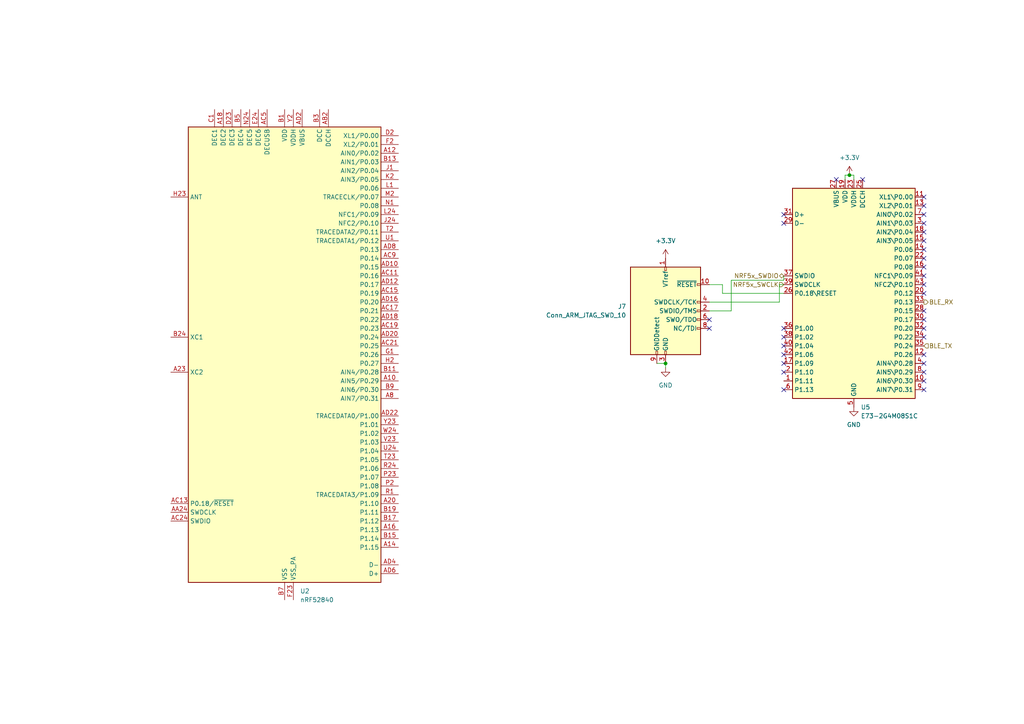
<source format=kicad_sch>
(kicad_sch (version 20230121) (generator eeschema)
  (paper "A4")
  (lib_symbols
    (symbol "Connector:Conn_ARM_JTAG_SWD_10" (pin_names (offset 1.016))
      (property "Reference" "J" (at -2.54 16.51 0))
      (property "Value" "Conn_ARM_JTAG_SWD_10" (at -2.54 13.97 0))
      (symbol "Conn_ARM_JTAG_SWD_10_0_1"
        (rectangle (start -10.16 12.7) (end 10.16 -12.7) (stroke (width 0.254)) (fill (type background)))
        (rectangle (start -2.794 -12.7) (end -2.286 -11.684))
        (rectangle (start -0.254 -12.7) (end 0.254 -11.684))
        (rectangle (start -0.254 12.7) (end 0.254 11.684))
        (rectangle (start 9.144 2.286) (end 10.16 2.794))
        (rectangle (start 10.16 -2.794) (end 9.144 -2.286))
        (rectangle (start 10.16 -0.254) (end 9.144 0.254))
        (rectangle (start 10.16 7.874) (end 9.144 7.366))
      )
      (symbol "Conn_ARM_JTAG_SWD_10_1_1"
        (rectangle (start 9.144 -5.334) (end 10.16 -4.826))
        (pin power_in line (at 0 15.24 270) (length 2.54) (name "VTref") (number "1"))
        (pin open_collector line (at 12.7 7.62 180) (length 2.54) (name "~{RESET}") (number "10"))
        (pin bidirectional line (at 12.7 0 180) (length 2.54) (name "SWDIO/TMS") (number "2"))
        (pin power_in line (at 0 -15.24 90) (length 2.54) (name "GND") (number "3"))
        (pin output line (at 12.7 2.54 180) (length 2.54) (name "SWDCLK/TCK") (number "4"))
        (pin passive line (at 0 -15.24 90) (length 2.54) hide (name "GND") (number "5"))
        (pin input line (at 12.7 -2.54 180) (length 2.54) (name "SWO/TDO") (number "6"))
        (pin no_connect line (at -10.16 0 0) (length 2.54) hide (name "KEY") (number "7"))
        (pin output line (at 12.7 -5.08 180) (length 2.54) (name "NC/TDI") (number "8"))
        (pin passive line (at -2.54 -15.24 90) (length 2.54) (name "GNDDetect") (number "9"))
      )
    )
    (symbol "MCU_Nordic:nRF52840"
      (property "Reference" "U" (at 0 5.08 0))
      (property "Value" "nRF52840" (at 0 2.54 0))
      (symbol "nRF52840_0_1"
        (rectangle (start -27.94 66.04) (end 27.94 -66.04) (stroke (width 0.254)) (fill (type background)))
      )
      (symbol "nRF52840_1_1"
        (pin bidirectional line (at 33.02 -7.62 180) (length 5.08) (name "AIN5/P0.29") (number "A10"))
        (pin bidirectional line (at 33.02 58.42 180) (length 5.08) (name "AIN0/P0.02") (number "A12"))
        (pin bidirectional line (at 33.02 -55.88 180) (length 5.08) (name "P1.15") (number "A14"))
        (pin bidirectional line (at 33.02 -50.8 180) (length 5.08) (name "P1.13") (number "A16"))
        (pin passive line (at -17.78 71.12 270) (length 5.08) (name "DEC2") (number "A18"))
        (pin bidirectional line (at 33.02 -43.18 180) (length 5.08) (name "P1.10") (number "A20"))
        (pin passive line (at 0 71.12 270) (length 5.08) hide (name "VDD") (number "A22"))
        (pin input line (at -33.02 -5.08 0) (length 5.08) (name "XC2") (number "A23"))
        (pin bidirectional line (at 33.02 -12.7 180) (length 5.08) (name "AIN7/P0.31") (number "A8"))
        (pin input line (at -33.02 -45.72 0) (length 5.08) (name "SWDCLK") (number "AA24"))
        (pin power_out line (at 12.7 71.12 270) (length 5.08) (name "DCCH") (number "AB2"))
        (pin bidirectional line (at 33.02 22.86 180) (length 5.08) (name "P0.16") (number "AC11"))
        (pin bidirectional line (at -33.02 -43.18 0) (length 5.08) (name "P0.18/~{RESET}") (number "AC13"))
        (pin bidirectional line (at 33.02 17.78 180) (length 5.08) (name "P0.19") (number "AC15"))
        (pin bidirectional line (at 33.02 12.7 180) (length 5.08) (name "P0.21") (number "AC17"))
        (pin bidirectional line (at 33.02 7.62 180) (length 5.08) (name "P0.23") (number "AC19"))
        (pin bidirectional line (at 33.02 2.54 180) (length 5.08) (name "P0.25") (number "AC21"))
        (pin bidirectional line (at -33.02 -48.26 0) (length 5.08) (name "SWDIO") (number "AC24"))
        (pin passive line (at -5.08 71.12 270) (length 5.08) (name "DECUSB") (number "AC5"))
        (pin bidirectional line (at 33.02 27.94 180) (length 5.08) (name "P0.14") (number "AC9"))
        (pin bidirectional line (at 33.02 25.4 180) (length 5.08) (name "P0.15") (number "AD10"))
        (pin bidirectional line (at 33.02 20.32 180) (length 5.08) (name "P0.17") (number "AD12"))
        (pin passive line (at 0 71.12 270) (length 5.08) hide (name "VDD") (number "AD14"))
        (pin bidirectional line (at 33.02 15.24 180) (length 5.08) (name "P0.20") (number "AD16"))
        (pin bidirectional line (at 33.02 10.16 180) (length 5.08) (name "P0.22") (number "AD18"))
        (pin power_in line (at 5.08 71.12 270) (length 5.08) (name "VBUS") (number "AD2"))
        (pin bidirectional line (at 33.02 5.08 180) (length 5.08) (name "P0.24") (number "AD20"))
        (pin bidirectional line (at 33.02 -17.78 180) (length 5.08) (name "TRACEDATA0/P1.00") (number "AD22"))
        (pin passive line (at 0 71.12 270) (length 5.08) hide (name "VDD") (number "AD23"))
        (pin bidirectional line (at 33.02 -60.96 180) (length 5.08) (name "D-") (number "AD4"))
        (pin bidirectional line (at 33.02 -63.5 180) (length 5.08) (name "D+") (number "AD6"))
        (pin bidirectional line (at 33.02 30.48 180) (length 5.08) (name "P0.13") (number "AD8"))
        (pin power_in line (at 0 71.12 270) (length 5.08) (name "VDD") (number "B1"))
        (pin bidirectional line (at 33.02 -5.08 180) (length 5.08) (name "AIN4/P0.28") (number "B11"))
        (pin bidirectional line (at 33.02 55.88 180) (length 5.08) (name "AIN1/P0.03") (number "B13"))
        (pin bidirectional line (at 33.02 -53.34 180) (length 5.08) (name "P1.14") (number "B15"))
        (pin bidirectional line (at 33.02 -48.26 180) (length 5.08) (name "P1.12") (number "B17"))
        (pin bidirectional line (at 33.02 -45.72 180) (length 5.08) (name "P1.11") (number "B19"))
        (pin input line (at -33.02 5.08 0) (length 5.08) (name "XC1") (number "B24"))
        (pin power_out line (at 10.16 71.12 270) (length 5.08) (name "DCC") (number "B3"))
        (pin passive line (at -12.7 71.12 270) (length 5.08) (name "DEC4") (number "B5"))
        (pin power_in line (at 0 -71.12 90) (length 5.08) (name "VSS") (number "B7"))
        (pin bidirectional line (at 33.02 -10.16 180) (length 5.08) (name "AIN6/P0.30") (number "B9"))
        (pin passive line (at -20.32 71.12 270) (length 5.08) (name "DEC1") (number "C1"))
        (pin bidirectional line (at 33.02 63.5 180) (length 5.08) (name "XL1/P0.00") (number "D2"))
        (pin passive line (at -15.24 71.12 270) (length 5.08) (name "DEC3") (number "D23"))
        (pin passive line (at -7.62 71.12 270) (length 5.08) (name "DEC6") (number "E24"))
        (pin passive line (at 0 -71.12 90) (length 5.08) hide (name "VSS") (number "EP"))
        (pin bidirectional line (at 33.02 60.96 180) (length 5.08) (name "XL2/P0.01") (number "F2"))
        (pin power_in line (at 2.54 -71.12 90) (length 5.08) (name "VSS_PA") (number "F23"))
        (pin bidirectional line (at 33.02 0 180) (length 5.08) (name "P0.26") (number "G1"))
        (pin bidirectional line (at 33.02 -2.54 180) (length 5.08) (name "P0.27") (number "H2"))
        (pin passive line (at -33.02 45.72 0) (length 5.08) (name "ANT") (number "H23"))
        (pin bidirectional line (at 33.02 53.34 180) (length 5.08) (name "AIN2/P0.04") (number "J1"))
        (pin bidirectional line (at 33.02 38.1 180) (length 5.08) (name "NFC2/P0.10") (number "J24"))
        (pin bidirectional line (at 33.02 50.8 180) (length 5.08) (name "AIN3/P0.05") (number "K2"))
        (pin bidirectional line (at 33.02 48.26 180) (length 5.08) (name "P0.06") (number "L1"))
        (pin bidirectional line (at 33.02 40.64 180) (length 5.08) (name "NFC1/P0.09") (number "L24"))
        (pin bidirectional line (at 33.02 45.72 180) (length 5.08) (name "TRACECLK/P0.07") (number "M2"))
        (pin bidirectional line (at 33.02 43.18 180) (length 5.08) (name "P0.08") (number "N1"))
        (pin passive line (at -10.16 71.12 270) (length 5.08) (name "DEC5") (number "N24"))
        (pin bidirectional line (at 33.02 -38.1 180) (length 5.08) (name "P1.08") (number "P2"))
        (pin bidirectional line (at 33.02 -35.56 180) (length 5.08) (name "P1.07") (number "P23"))
        (pin bidirectional line (at 33.02 -40.64 180) (length 5.08) (name "TRACEDATA3/P1.09") (number "R1"))
        (pin bidirectional line (at 33.02 -33.02 180) (length 5.08) (name "P1.06") (number "R24"))
        (pin bidirectional line (at 33.02 35.56 180) (length 5.08) (name "TRACEDATA2/P0.11") (number "T2"))
        (pin bidirectional line (at 33.02 -30.48 180) (length 5.08) (name "P1.05") (number "T23"))
        (pin bidirectional line (at 33.02 33.02 180) (length 5.08) (name "TRACEDATA1/P0.12") (number "U1"))
        (pin bidirectional line (at 33.02 -27.94 180) (length 5.08) (name "P1.04") (number "U24"))
        (pin bidirectional line (at 33.02 -25.4 180) (length 5.08) (name "P1.03") (number "V23"))
        (pin passive line (at 0 71.12 270) (length 5.08) hide (name "VDD") (number "W1"))
        (pin bidirectional line (at 33.02 -22.86 180) (length 5.08) (name "P1.02") (number "W24"))
        (pin power_in line (at 2.54 71.12 270) (length 5.08) (name "VDDH") (number "Y2"))
        (pin bidirectional line (at 33.02 -20.32 180) (length 5.08) (name "P1.01") (number "Y23"))
      )
    )
    (symbol "power:+3.3V" (power) (pin_names (offset 0))
      (property "Value" "+3.3V" (at 0 3.556 0))
      (symbol "+3.3V_0_1"
        (polyline (pts (xy -0.762 1.27) (xy 0 2.54)))
        (polyline (pts (xy 0 0) (xy 0 2.54)))
        (polyline (pts (xy 0 2.54) (xy 0.762 1.27)))
      )
      (symbol "+3.3V_1_1"
        (pin power_in line (at 0 0 90) (length 0) hide (name "+3.3V") (number "1"))
      )
    )
    (symbol "power:GND" (power) (pin_names (offset 0))
      (property "Value" "GND" (at 0 -3.81 0))
      (symbol "GND_0_1"
        (polyline (pts (xy 0 0) (xy 0 -1.27) (xy 1.27 -1.27) (xy 0 -2.54) (xy -1.27 -1.27) (xy 0 -1.27)))
      )
      (symbol "GND_1_1"
        (pin power_in line (at 0 0 270) (length 0) hide (name "GND") (number "1"))
      )
    )
    (symbol "vesc-bms:E73-2G4M08S1C"
      (property "Reference" "U" (at 0 -10.16 0))
      (property "Value" "E73-2G4M08S1C" (at 0 -12.7 0))
      (symbol "E73-2G4M08S1C_0_1"
        (rectangle (start -17.78 30.48) (end 17.78 -30.48) (stroke (width 0.254)) (fill (type background)))
      )
      (symbol "E73-2G4M08S1C_1_1"
        (pin bidirectional line (at -20.32 -25.4 0) (length 2.54) (name "P1.11") (number "1"))
        (pin bidirectional line (at 20.32 -25.4 180) (length 2.54) (name "AIN6\\P0.30") (number "10"))
        (pin bidirectional line (at 20.32 27.94 180) (length 2.54) (name "XL1\\P0.00") (number "11"))
        (pin bidirectional line (at 20.32 -17.78 180) (length 2.54) (name "P0.26") (number "12"))
        (pin bidirectional line (at 20.32 25.4 180) (length 2.54) (name "XL2\\P0.01") (number "13"))
        (pin bidirectional line (at 20.32 12.7 180) (length 2.54) (name "P0.06") (number "14"))
        (pin bidirectional line (at 20.32 15.24 180) (length 2.54) (name "AIN3\\P0.05") (number "15"))
        (pin bidirectional line (at 20.32 7.62 180) (length 2.54) (name "P0.08") (number "16"))
        (pin bidirectional line (at -20.32 -20.32 0) (length 2.54) (name "P1.09") (number "17"))
        (pin bidirectional line (at 20.32 17.78 180) (length 2.54) (name "AIN2\\P0.04") (number "18"))
        (pin power_in line (at -2.54 33.02 270) (length 2.54) (name "VDD") (number "19"))
        (pin bidirectional line (at -20.32 -22.86 0) (length 2.54) (name "P1.10") (number "2"))
        (pin bidirectional line (at 20.32 0 180) (length 2.54) (name "P0.12") (number "20"))
        (pin passive line (at 0 -33.02 90) (length 2.54) hide (name "GND") (number "21"))
        (pin bidirectional line (at 20.32 10.16 180) (length 2.54) (name "P0.07") (number "22"))
        (pin power_in line (at 0 33.02 270) (length 2.54) (name "VDDH") (number "23"))
        (pin passive line (at 0 -33.02 90) (length 2.54) hide (name "GND") (number "24"))
        (pin power_out line (at 2.54 33.02 270) (length 2.54) (name "DCCH") (number "25"))
        (pin bidirectional line (at -20.32 0 0) (length 2.54) (name "P0.18\\RESET") (number "26"))
        (pin power_in line (at -5.08 33.02 270) (length 2.54) (name "VBUS") (number "27"))
        (pin bidirectional line (at 20.32 -5.08 180) (length 2.54) (name "P0.15") (number "28"))
        (pin bidirectional line (at -20.32 20.32 0) (length 2.54) (name "D-") (number "29"))
        (pin bidirectional line (at 20.32 20.32 180) (length 2.54) (name "AIN1\\P0.03") (number "3"))
        (pin bidirectional line (at 20.32 -7.62 180) (length 2.54) (name "P0.17") (number "30"))
        (pin bidirectional line (at -20.32 22.86 0) (length 2.54) (name "D+") (number "31"))
        (pin bidirectional line (at 20.32 -10.16 180) (length 2.54) (name "P0.20") (number "32"))
        (pin bidirectional line (at 20.32 -2.54 180) (length 2.54) (name "P0.13") (number "33"))
        (pin bidirectional line (at 20.32 -12.7 180) (length 2.54) (name "P0.22") (number "34"))
        (pin bidirectional line (at 20.32 -15.24 180) (length 2.54) (name "P0.24") (number "35"))
        (pin bidirectional line (at -20.32 -10.16 0) (length 2.54) (name "P1.00") (number "36"))
        (pin bidirectional line (at -20.32 5.08 0) (length 2.54) (name "SWDIO") (number "37"))
        (pin bidirectional line (at -20.32 -12.7 0) (length 2.54) (name "P1.02") (number "38"))
        (pin bidirectional line (at -20.32 2.54 0) (length 2.54) (name "SWDCLK") (number "39"))
        (pin bidirectional line (at 20.32 -20.32 180) (length 2.54) (name "AIN4\\P0.28") (number "4"))
        (pin bidirectional line (at -20.32 -15.24 0) (length 2.54) (name "P1.04") (number "40"))
        (pin bidirectional line (at 20.32 5.08 180) (length 2.54) (name "NFC1\\P0.09") (number "41"))
        (pin bidirectional line (at -20.32 -17.78 0) (length 2.54) (name "P1.06") (number "42"))
        (pin bidirectional line (at 20.32 2.54 180) (length 2.54) (name "NFC2\\P0.10") (number "43"))
        (pin power_in line (at 0 -33.02 90) (length 2.54) (name "GND") (number "5"))
        (pin bidirectional line (at -20.32 -27.94 0) (length 2.54) (name "P1.13") (number "6"))
        (pin bidirectional line (at 20.32 22.86 180) (length 2.54) (name "AIN0\\P0.02") (number "7"))
        (pin bidirectional line (at 20.32 -22.86 180) (length 2.54) (name "AIN5\\P0.29") (number "8"))
        (pin bidirectional line (at 20.32 -27.94 180) (length 2.54) (name "AIN7\\P0.31") (number "9"))
      )
    )
  )
  (junction (at 193.04 105.41))
  (junction (at 246.38 50.8))
  (no_connect (at 227.33 97.79))
  (no_connect (at 250.19 52.07))
  (no_connect (at 227.33 113.03))
  (no_connect (at 267.97 77.47))
  (no_connect (at 205.74 95.25))
  (no_connect (at 267.97 95.25))
  (no_connect (at 227.33 95.25))
  (no_connect (at 267.97 90.17))
  (no_connect (at 205.74 92.71))
  (no_connect (at 227.33 62.23))
  (no_connect (at 267.97 64.77))
  (no_connect (at 267.97 74.93))
  (no_connect (at 267.97 85.09))
  (no_connect (at 267.97 113.03))
  (no_connect (at 242.57 52.07))
  (no_connect (at 227.33 105.41))
  (no_connect (at 267.97 62.23))
  (no_connect (at 267.97 57.15))
  (no_connect (at 267.97 110.49))
  (no_connect (at 267.97 82.55))
  (no_connect (at 267.97 67.31))
  (no_connect (at 227.33 102.87))
  (no_connect (at 267.97 92.71))
  (no_connect (at 267.97 105.41))
  (no_connect (at 227.33 100.33))
  (no_connect (at 267.97 72.39))
  (no_connect (at 267.97 69.85))
  (no_connect (at 227.33 107.95))
  (no_connect (at 267.97 107.95))
  (no_connect (at 267.97 97.79))
  (no_connect (at 227.33 64.77))
  (no_connect (at 267.97 102.87))
  (no_connect (at 267.97 80.01))
  (no_connect (at 267.97 59.69))
  (wire (pts (xy 226.06 87.63) (xy 226.06 82.55)))
  (wire (pts (xy 209.55 85.09) (xy 227.33 85.09)))
  (wire (pts (xy 212.09 90.17) (xy 212.09 81.28)))
  (wire (pts (xy 245.11 52.07) (xy 245.11 50.8)))
  (wire (pts (xy 205.74 82.55) (xy 209.55 82.55)))
  (wire (pts (xy 245.11 50.8) (xy 246.38 50.8)))
  (wire (pts (xy 226.06 82.55) (xy 227.33 82.55)))
  (wire (pts (xy 212.09 81.28) (xy 227.33 81.28)))
  (wire (pts (xy 190.5 105.41) (xy 193.04 105.41)))
  (wire (pts (xy 227.33 81.28) (xy 227.33 80.01)))
  (wire (pts (xy 247.65 50.8) (xy 246.38 50.8)))
  (wire (pts (xy 193.04 105.41) (xy 193.04 106.68)))
  (wire (pts (xy 247.65 52.07) (xy 247.65 50.8)))
  (wire (pts (xy 205.74 87.63) (xy 226.06 87.63)))
  (wire (pts (xy 205.74 90.17) (xy 212.09 90.17)))
  (wire (pts (xy 209.55 82.55) (xy 209.55 85.09)))
  (hierarchical_label "BLE_RX" (shape output) (at 267.97 87.63 0))
  (hierarchical_label "NRF5x_SWDIO" (shape bidirectional) (at 227.33 80.01 180))
  (hierarchical_label "NRF5x_SWCLK" (shape input) (at 227.33 82.55 180))
  (hierarchical_label "BLE_TX" (shape input) (at 267.97 100.33 0))
  (symbol (lib_id "MCU_Nordic:nRF52840") (at 82.55 102.87 0) (unit 1)
    (property "Reference" "U2" (at 87.0459 171.45 0) (effects (justify left)))
    (property "Value" "nRF52840" (at 87.0459 173.99 0) (effects (justify left)))
    (property "Footprint" "Package_DFN_QFN:Nordic_AQFN-73-1EP_7x7mm_P0.5mm" (effects hide))
    (property "Datasheet" "http://infocenter.nordicsemi.com/topic/com.nordic.infocenter.nrf52/dita/nrf52/chips/nrf52840.html" (effects hide))
  )
  (symbol (lib_id "power:+3.3V") (at 193.04 74.93 0) (unit 1)
    (property "Reference" "#PWR035" (effects hide))
    (property "Value" "+3.3V" (at 193.04 69.85 0))
  )
  (symbol (lib_id "power:+3.3V") (at 246.38 50.8 0) (unit 1)
    (property "Reference" "#PWR037" (effects hide))
    (property "Value" "+3.3V" (at 246.38 45.72 0))
  )
  (symbol (lib_id "Connector:Conn_ARM_JTAG_SWD_10") (at 193.04 90.17 0) (unit 1)
    (property "Reference" "J7" (at 181.61 88.8999 0) (effects (justify right)))
    (property "Value" "Conn_ARM_JTAG_SWD_10" (at 181.61 91.4399 0) (effects (justify right)))
    (property "Footprint" "Connector_PinHeader_1.27mm:PinHeader_2x05_P1.27mm_Vertical_SMD" (effects hide))
    (property "Datasheet" "http://infocenter.arm.com/help/topic/com.arm.doc.ddi0314h/DDI0314H_coresight_components_trm.pdf" (effects hide))
  )
  (symbol (lib_id "power:GND") (at 247.65 118.11 0) (unit 1)
    (property "Reference" "#PWR038" (effects hide))
    (property "Value" "GND" (at 247.65 123.19 0))
  )
  (symbol (lib_id "vesc-bms:E73-2G4M08S1C") (at 247.65 85.09 0) (unit 1)
    (property "Reference" "U5" (at 249.6694 118.11 0) (effects (justify left)))
    (property "Value" "E73-2G4M08S1C" (at 249.6694 120.65 0) (effects (justify left)))
    (property "Footprint" "vesc-bms:E73-2G4M08S1C" (effects hide))
    (property "Datasheet" "http://www.ebyte.com/en/downpdf.aspx?id=445" (effects hide))
  )
  (symbol (lib_id "power:GND") (at 193.04 106.68 0) (unit 1)
    (property "Reference" "#PWR036" (effects hide))
    (property "Value" "GND" (at 193.04 111.76 0))
  )
)
</source>
